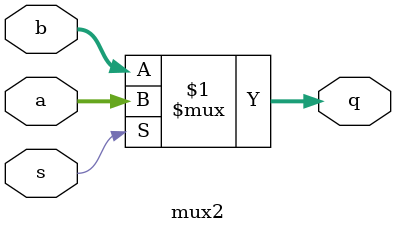
<source format=sv>
 module mux2
    #(parameter n = 8)
    (
        input s,
        input [n-1:0] a, b,
        output [n-1:0] q
    );

    assign q = s ? a : b;
    
 endmodule
</source>
